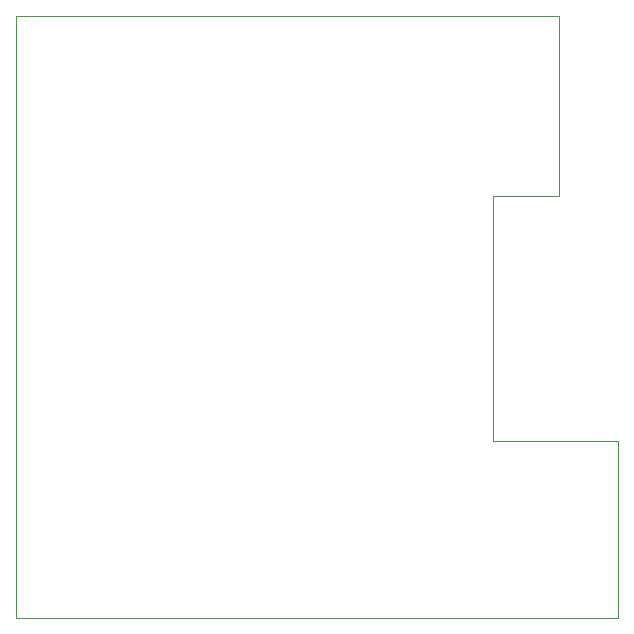
<source format=gbr>
G04 #@! TF.GenerationSoftware,KiCad,Pcbnew,(5.1.5-0-10_14)*
G04 #@! TF.CreationDate,2021-03-15T05:55:20+10:00*
G04 #@! TF.ProjectId,OH - Left Console - 4 - Exterior Lights Panel,4f48202d-204c-4656-9674-20436f6e736f,rev?*
G04 #@! TF.SameCoordinates,Original*
G04 #@! TF.FileFunction,Profile,NP*
%FSLAX46Y46*%
G04 Gerber Fmt 4.6, Leading zero omitted, Abs format (unit mm)*
G04 Created by KiCad (PCBNEW (5.1.5-0-10_14)) date 2021-03-15 05:55:20*
%MOMM*%
%LPD*%
G04 APERTURE LIST*
%ADD10C,0.050000*%
%ADD11C,0.120000*%
G04 APERTURE END LIST*
D10*
X143000000Y-97000000D02*
X143002000Y-112268000D01*
X148000000Y-148000000D02*
X147955000Y-132969000D01*
X137414000Y-132969000D02*
X147955000Y-132969000D01*
X137414000Y-128905000D02*
X137414000Y-132969000D01*
X137414000Y-112268000D02*
X137414000Y-128905000D01*
X143002000Y-112268000D02*
X137414000Y-112268000D01*
X97000000Y-148000000D02*
X97000000Y-97000000D01*
D11*
X97000000Y-148000000D02*
X148000000Y-148000000D01*
X97000000Y-97000000D02*
X143000000Y-97000000D01*
M02*

</source>
